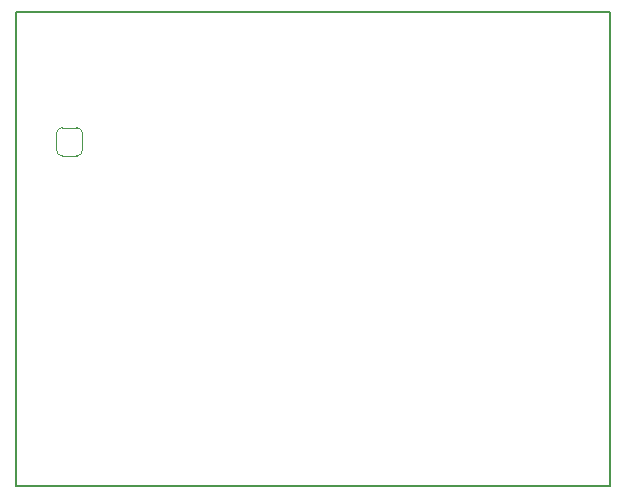
<source format=gbr>
%TF.GenerationSoftware,KiCad,Pcbnew,7.0.5.1-1-g8f565ef7f0-dirty-deb11*%
%TF.CreationDate,2023-06-30T12:24:42+00:00*%
%TF.ProjectId,DRV10987V01,44525631-3039-4383-9756-30312e6b6963,01A*%
%TF.SameCoordinates,Original*%
%TF.FileFunction,Profile,NP*%
%FSLAX46Y46*%
G04 Gerber Fmt 4.6, Leading zero omitted, Abs format (unit mm)*
G04 Created by KiCad (PCBNEW 7.0.5.1-1-g8f565ef7f0-dirty-deb11) date 2023-06-30 12:24:42*
%MOMM*%
%LPD*%
G01*
G04 APERTURE LIST*
%TA.AperFunction,Profile*%
%ADD10C,0.150000*%
%TD*%
%TA.AperFunction,Profile*%
%ADD11C,0.050000*%
%TD*%
G04 APERTURE END LIST*
D10*
X5334000Y45466000D02*
X55626000Y45466000D01*
X55626000Y5334000D01*
X5334000Y5334000D01*
X5334000Y45466000D01*
D11*
%TO.C,D2*%
X10980000Y35200000D02*
X10980000Y33800000D01*
X10480000Y33300000D02*
X9280000Y33300000D01*
X10480000Y35700000D02*
X9280000Y35700000D01*
X8780000Y35200000D02*
X8780000Y33800000D01*
X10480000Y33300000D02*
G75*
G03*
X10980000Y33800000I-1J500001D01*
G01*
X10980000Y35200000D02*
G75*
G03*
X10480000Y35700000I-500001J-1D01*
G01*
X8780000Y33800000D02*
G75*
G03*
X9280000Y33300000I500000J0D01*
G01*
X9280000Y35700000D02*
G75*
G03*
X8780000Y35200000I0J-500000D01*
G01*
%TD*%
M02*

</source>
